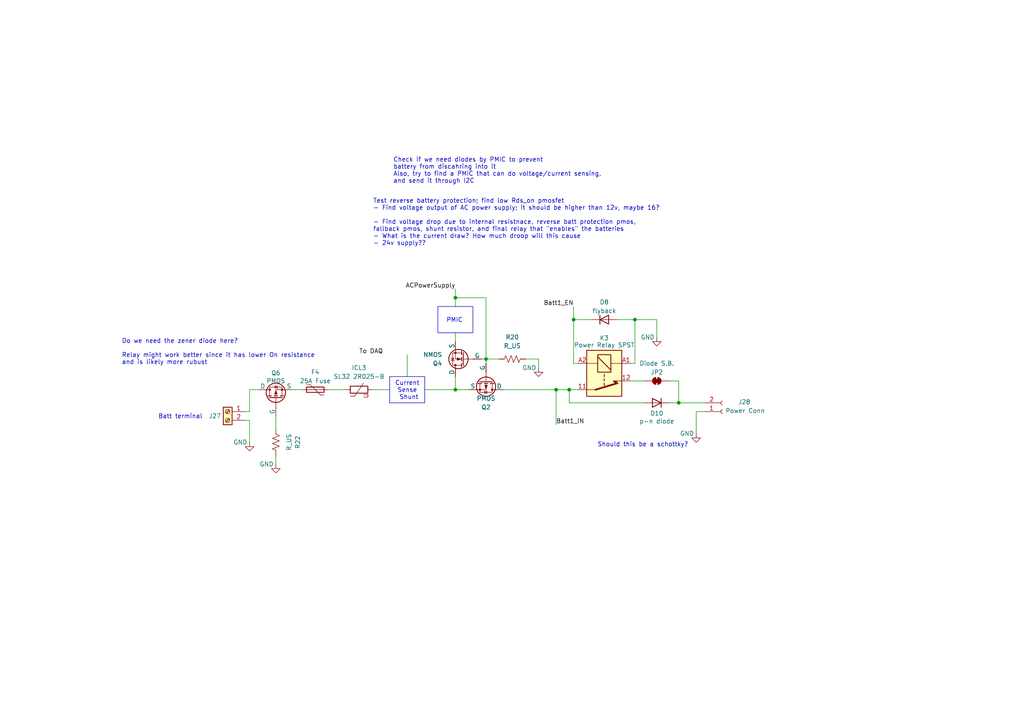
<source format=kicad_sch>
(kicad_sch (version 20231120) (generator "eeschema") (generator_version "8.0")
  (paper "A4")
  (lib_symbols
    (symbol "Connector:Conn_01x02_Socket" (pin_names (offset 1.016) hide)
      (property "Reference" "J" (at 0 2.54 0))
      (property "Value" "Conn_01x02_Socket" (at 0 -5.08 0))
      (symbol "Conn_01x02_Socket_1_1"
        (arc (start 0 -2.032) (mid -0.5058 -2.54) (end 0 -3.048) (stroke (width 0.1524)))
        (polyline (pts (xy -1.27 -2.54) (xy -0.508 -2.54)) (stroke (width 0.1524)))
        (polyline (pts (xy -1.27 0) (xy -0.508 0)) (stroke (width 0.1524)))
        (arc (start 0 0.508) (mid -0.5058 0) (end 0 -0.508) (stroke (width 0.1524)))
        (pin passive line (at -5.08 0 0) (length 3.81) (name "Pin_1") (number "1"))
        (pin passive line (at -5.08 -2.54 0) (length 3.81) (name "Pin_2") (number "2"))
      )
    )
    (symbol "Connector:Screw_Terminal_01x02" (pin_names (offset 1.016) hide)
      (property "Reference" "J" (at 0 2.54 0))
      (property "Value" "Screw_Terminal_01x02" (at 0 -5.08 0))
      (symbol "Screw_Terminal_01x02_1_1"
        (rectangle (start -1.27 1.27) (end 1.27 -3.81) (stroke (width 0.254)) (fill (type background)))
        (circle (center 0 -2.54) (radius 0.635) (stroke (width 0.1524)))
        (polyline (pts (xy -0.5334 -2.2098) (xy 0.3302 -3.048)) (stroke (width 0.1524)))
        (polyline (pts (xy -0.5334 0.3302) (xy 0.3302 -0.508)) (stroke (width 0.1524)))
        (polyline (pts (xy -0.3556 -2.032) (xy 0.508 -2.8702)) (stroke (width 0.1524)))
        (polyline (pts (xy -0.3556 0.508) (xy 0.508 -0.3302)) (stroke (width 0.1524)))
        (circle (center 0 0) (radius 0.635) (stroke (width 0.1524)))
        (pin passive line (at -5.08 0 0) (length 3.81) (name "Pin_1") (number "1"))
        (pin passive line (at -5.08 -2.54 0) (length 3.81) (name "Pin_2") (number "2"))
      )
    )
    (symbol "Device:D" (pin_numbers hide) (pin_names (offset 1.016) hide)
      (property "Reference" "D" (at 0 2.54 0))
      (property "Value" "D" (at 0 -2.54 0))
      (symbol "D_0_1"
        (polyline (pts (xy -1.27 1.27) (xy -1.27 -1.27)) (stroke (width 0.254)))
        (polyline (pts (xy 1.27 0) (xy -1.27 0)))
        (polyline (pts (xy 1.27 1.27) (xy 1.27 -1.27) (xy -1.27 0) (xy 1.27 1.27)) (stroke (width 0.254)))
      )
      (symbol "D_1_1"
        (pin passive line (at -3.81 0 0) (length 2.54) (name "K") (number "1"))
        (pin passive line (at 3.81 0 180) (length 2.54) (name "A") (number "2"))
      )
    )
    (symbol "Device:Polyfuse" (pin_numbers hide) (pin_names (offset 0))
      (property "Reference" "F" (at -2.54 0 90))
      (property "Value" "Polyfuse" (at 2.54 0 90))
      (symbol "Polyfuse_0_1"
        (rectangle (start -0.762 2.54) (end 0.762 -2.54) (stroke (width 0.254)))
        (polyline (pts (xy 0 2.54) (xy 0 -2.54)))
        (polyline (pts (xy -1.524 2.54) (xy -1.524 1.524) (xy 1.524 -1.524) (xy 1.524 -2.54)))
      )
      (symbol "Polyfuse_1_1"
        (pin passive line (at 0 3.81 270) (length 1.27) (name "~") (number "1"))
        (pin passive line (at 0 -3.81 90) (length 1.27) (name "~") (number "2"))
      )
    )
    (symbol "Device:R_US" (pin_numbers hide) (pin_names (offset 0))
      (property "Reference" "R" (at 2.54 0 90))
      (property "Value" "R_US" (at -2.54 0 90))
      (symbol "R_US_0_1"
        (polyline (pts (xy 0 -2.286) (xy 0 -2.54)))
        (polyline (pts (xy 0 2.286) (xy 0 2.54)))
        (polyline (pts (xy 0 -0.762) (xy 1.016 -1.143) (xy 0 -1.524) (xy -1.016 -1.905) (xy 0 -2.286)))
        (polyline (pts (xy 0 0.762) (xy 1.016 0.381) (xy 0 0) (xy -1.016 -0.381) (xy 0 -0.762)))
        (polyline (pts (xy 0 2.286) (xy 1.016 1.905) (xy 0 1.524) (xy -1.016 1.143) (xy 0 0.762)))
      )
      (symbol "R_US_1_1"
        (pin passive line (at 0 3.81 270) (length 1.27) (name "~") (number "1"))
        (pin passive line (at 0 -3.81 90) (length 1.27) (name "~") (number "2"))
      )
    )
    (symbol "Device:Varistor" (pin_numbers hide) (pin_names (offset 0))
      (property "Reference" "RV" (at 3.175 0 90))
      (property "Value" "Varistor" (at -3.175 0 90))
      (symbol "Varistor_0_0"
        (text "U" (at -1.778 -2.032 0) (effects (font (size 1.27 1.27))))
      )
      (symbol "Varistor_0_1"
        (rectangle (start -1.016 -2.54) (end 1.016 2.54) (stroke (width 0.254)))
        (polyline (pts (xy -1.905 2.54) (xy -1.905 1.27) (xy 1.905 -1.27)))
      )
      (symbol "Varistor_1_1"
        (pin passive line (at 0 3.81 270) (length 1.27) (name "~") (number "1"))
        (pin passive line (at 0 -3.81 90) (length 1.27) (name "~") (number "2"))
      )
    )
    (symbol "Jumper:SolderJumper_2_Bridged" (pin_numbers hide) (pin_names (offset 0) hide) (exclude_from_sim yes) (in_bom no)
      (property "Reference" "JP" (at 0 2.032 0))
      (property "Value" "SolderJumper_2_Bridged" (at 0 -2.54 0))
      (symbol "SolderJumper_2_Bridged_0_1"
        (rectangle (start -0.508 0.508) (end 0.508 -0.508) (fill (type outline)))
        (arc (start -0.254 1.016) (mid -1.2656 0) (end -0.254 -1.016))
        (arc (start -0.254 1.016) (mid -1.2656 0) (end -0.254 -1.016) (fill (type outline)))
        (polyline (pts (xy -0.254 1.016) (xy -0.254 -1.016)))
        (polyline (pts (xy 0.254 1.016) (xy 0.254 -1.016)))
        (arc (start 0.254 -1.016) (mid 1.2656 0) (end 0.254 1.016))
        (arc (start 0.254 -1.016) (mid 1.2656 0) (end 0.254 1.016) (fill (type outline)))
      )
      (symbol "SolderJumper_2_Bridged_1_1"
        (pin passive line (at -3.81 0 0) (length 2.54) (name "A") (number "1"))
        (pin passive line (at 3.81 0 180) (length 2.54) (name "B") (number "2"))
      )
    )
    (symbol "Relay:Relay_SPST-NC"
      (property "Reference" "K3" (at -12.446 0 90))
      (property "Value" "Power Relay SPST" (at -10.414 0 90))
      (symbol "Relay_SPST-NC_0_1"
        (rectangle (start -7.62 1.905) (end -2.54 -1.905) (stroke (width 0.254)))
        (polyline (pts (xy -6.985 -1.905) (xy -3.175 1.905)) (stroke (width 0.254)))
        (polyline (pts (xy -5.08 -5.08) (xy -5.08 -1.905)))
        (polyline (pts (xy -5.08 5.08) (xy -5.08 1.905)))
        (polyline (pts (xy -1.905 0) (xy -1.27 0)) (stroke (width 0.254)))
        (polyline (pts (xy -0.635 0) (xy 0 0)) (stroke (width 0.254)))
        (polyline (pts (xy 0.635 0) (xy 1.27 0)) (stroke (width 0.254)))
        (polyline (pts (xy 2.54 -2.54) (xy 0.635 3.81)) (stroke (width 0.508)))
        (polyline (pts (xy 2.54 -2.54) (xy 2.54 -5.08)))
        (polyline (pts (xy 0 5.08) (xy 0 2.54) (xy 0.635 3.175) (xy 0 3.81)) (fill (type outline)))
      )
      (symbol "Relay_SPST-NC_1_1"
        (rectangle (start -8.89 5.08) (end 4.445 -5.08) (stroke (width 0.254)) (fill (type background)))
        (pin passive line (at 2.54 -7.62 90) (length 2.54) (name "~") (number "11"))
        (pin passive line (at 0 7.62 270) (length 2.54) (name "~") (number "12"))
        (pin passive line (at -5.08 7.62 270) (length 2.54) (name "~") (number "A1"))
        (pin passive line (at -5.08 -7.62 90) (length 2.54) (name "~") (number "A2"))
      )
    )
    (symbol "Simulation_SPICE:NMOS" (pin_numbers hide) (pin_names (offset 0))
      (property "Reference" "Q" (at 5.08 1.27 0))
      (property "Value" "NMOS" (at 5.08 -1.27 0))
      (symbol "NMOS_0_1"
        (polyline (pts (xy 0.254 0) (xy -2.54 0)))
        (polyline (pts (xy 0.254 1.905) (xy 0.254 -1.905)) (stroke (width 0.254)))
        (polyline (pts (xy 0.762 -1.27) (xy 0.762 -2.286)) (stroke (width 0.254)))
        (polyline (pts (xy 0.762 0.508) (xy 0.762 -0.508)) (stroke (width 0.254)))
        (polyline (pts (xy 0.762 2.286) (xy 0.762 1.27)) (stroke (width 0.254)))
        (polyline (pts (xy 2.54 2.54) (xy 2.54 1.778)))
        (polyline (pts (xy 2.54 -2.54) (xy 2.54 0) (xy 0.762 0)))
        (polyline (pts (xy 0.762 -1.778) (xy 3.302 -1.778) (xy 3.302 1.778) (xy 0.762 1.778)))
        (polyline (pts (xy 1.016 0) (xy 2.032 0.381) (xy 2.032 -0.381) (xy 1.016 0)) (fill (type outline)))
        (polyline (pts (xy 2.794 0.508) (xy 2.921 0.381) (xy 3.683 0.381) (xy 3.81 0.254)))
        (polyline (pts (xy 3.302 0.381) (xy 2.921 -0.254) (xy 3.683 -0.254) (xy 3.302 0.381)))
        (circle (center 1.651 0) (radius 2.794) (stroke (width 0.254)))
        (circle (center 2.54 -1.778) (radius 0.254) (fill (type outline)))
        (circle (center 2.54 1.778) (radius 0.254) (fill (type outline)))
      )
      (symbol "NMOS_1_1"
        (pin passive line (at 2.54 5.08 270) (length 2.54) (name "D") (number "1"))
        (pin input line (at -5.08 0 0) (length 2.54) (name "G") (number "2"))
        (pin passive line (at 2.54 -5.08 90) (length 2.54) (name "S") (number "3"))
      )
    )
    (symbol "Simulation_SPICE:PMOS" (pin_numbers hide) (pin_names (offset 0))
      (property "Reference" "Q" (at 5.08 1.27 0))
      (property "Value" "PMOS" (at 5.08 -1.27 0))
      (symbol "PMOS_0_1"
        (polyline (pts (xy 0.254 0) (xy -2.54 0)))
        (polyline (pts (xy 0.254 1.905) (xy 0.254 -1.905)) (stroke (width 0.254)))
        (polyline (pts (xy 0.762 -1.27) (xy 0.762 -2.286)) (stroke (width 0.254)))
        (polyline (pts (xy 0.762 0.508) (xy 0.762 -0.508)) (stroke (width 0.254)))
        (polyline (pts (xy 0.762 2.286) (xy 0.762 1.27)) (stroke (width 0.254)))
        (polyline (pts (xy 2.54 2.54) (xy 2.54 1.778)))
        (polyline (pts (xy 2.54 -2.54) (xy 2.54 0) (xy 0.762 0)))
        (polyline (pts (xy 0.762 1.778) (xy 3.302 1.778) (xy 3.302 -1.778) (xy 0.762 -1.778)))
        (polyline (pts (xy 2.286 0) (xy 1.27 0.381) (xy 1.27 -0.381) (xy 2.286 0)) (fill (type outline)))
        (polyline (pts (xy 2.794 -0.508) (xy 2.921 -0.381) (xy 3.683 -0.381) (xy 3.81 -0.254)))
        (polyline (pts (xy 3.302 -0.381) (xy 2.921 0.254) (xy 3.683 0.254) (xy 3.302 -0.381)))
        (circle (center 1.651 0) (radius 2.794) (stroke (width 0.254)))
        (circle (center 2.54 -1.778) (radius 0.254) (fill (type outline)))
        (circle (center 2.54 1.778) (radius 0.254) (fill (type outline)))
      )
      (symbol "PMOS_1_1"
        (pin passive line (at 2.54 5.08 270) (length 2.54) (name "D") (number "1"))
        (pin input line (at -5.08 0 0) (length 2.54) (name "G") (number "2"))
        (pin passive line (at 2.54 -5.08 90) (length 2.54) (name "S") (number "3"))
      )
    )
    (symbol "power:GND" (power) (pin_names (offset 0))
      (property "Value" "GND" (at 0 -3.81 0))
      (symbol "GND_0_1"
        (polyline (pts (xy 0 0) (xy 0 -1.27) (xy 1.27 -1.27) (xy 0 -2.54) (xy -1.27 -1.27) (xy 0 -1.27)))
      )
      (symbol "GND_1_1"
        (pin power_in line (at 0 0 270) (length 0) hide (name "GND") (number "1"))
      )
    )
  )
  (junction (at 184.15 92.71))
  (junction (at 165.1 113.03))
  (junction (at 196.85 116.84))
  (junction (at 132.08 86.36))
  (junction (at 140.97 104.14))
  (junction (at 132.08 113.03))
  (junction (at 166.37 92.71))
  (junction (at 161.29 113.03))
  (wire (pts (xy 123.19 113.03) (xy 132.08 113.03)))
  (wire (pts (xy 152.4 104.14) (xy 156.21 104.14)))
  (wire (pts (xy 139.7 104.14) (xy 140.97 104.14)))
  (wire (pts (xy 156.21 106.68) (xy 156.21 104.14)))
  (wire (pts (xy 132.08 113.03) (xy 135.89 113.03)))
  (wire (pts (xy 132.08 96.52) (xy 132.08 99.06)))
  (wire (pts (xy 182.88 105.41) (xy 184.15 105.41)))
  (wire (pts (xy 72.39 119.38) (xy 71.12 119.38)))
  (wire (pts (xy 140.97 86.36) (xy 140.97 104.14)))
  (wire (pts (xy 132.08 109.22) (xy 132.08 113.03)))
  (wire (pts (xy 140.97 104.14) (xy 144.78 104.14)))
  (wire (pts (xy 167.64 105.41) (xy 166.37 105.41)))
  (wire (pts (xy 194.31 110.49) (xy 196.85 110.49)))
  (wire (pts (xy 140.97 104.14) (xy 140.97 105.41)))
  (wire (pts (xy 107.95 113.03) (xy 113.03 113.03)))
  (wire (pts (xy 182.88 110.49) (xy 186.69 110.49)))
  (wire (pts (xy 166.37 105.41) (xy 166.37 92.71)))
  (wire (pts (xy 161.29 113.03) (xy 161.29 123.19)))
  (wire (pts (xy 95.25 113.03) (xy 100.33 113.03)))
  (wire (pts (xy 201.93 119.38) (xy 201.93 125.73)))
  (wire (pts (xy 196.85 110.49) (xy 196.85 116.84)))
  (wire (pts (xy 80.01 132.08) (xy 80.01 134.62)))
  (wire (pts (xy 184.15 105.41) (xy 184.15 92.71)))
  (wire (pts (xy 190.5 92.71) (xy 184.15 92.71)))
  (wire (pts (xy 72.39 121.92) (xy 71.12 121.92)))
  (wire (pts (xy 161.29 113.03) (xy 165.1 113.03)))
  (wire (pts (xy 165.1 113.03) (xy 167.64 113.03)))
  (wire (pts (xy 72.39 113.03) (xy 72.39 119.38)))
  (wire (pts (xy 204.47 119.38) (xy 201.93 119.38)))
  (wire (pts (xy 179.07 92.71) (xy 184.15 92.71)))
  (wire (pts (xy 165.1 116.84) (xy 186.69 116.84)))
  (wire (pts (xy 132.08 86.36) (xy 132.08 88.9)))
  (wire (pts (xy 196.85 116.84) (xy 204.47 116.84)))
  (wire (pts (xy 118.11 102.87) (xy 118.11 109.22)))
  (wire (pts (xy 166.37 88.9) (xy 166.37 92.71)))
  (wire (pts (xy 80.01 120.65) (xy 80.01 124.46)))
  (wire (pts (xy 72.39 113.03) (xy 74.93 113.03)))
  (wire (pts (xy 190.5 97.79) (xy 190.5 92.71)))
  (wire (pts (xy 165.1 113.03) (xy 165.1 116.84)))
  (wire (pts (xy 72.39 121.92) (xy 72.39 128.27)))
  (wire (pts (xy 146.05 113.03) (xy 161.29 113.03)))
  (wire (pts (xy 132.08 83.82) (xy 132.08 86.36)))
  (wire (pts (xy 85.09 113.03) (xy 87.63 113.03)))
  (wire (pts (xy 166.37 92.71) (xy 171.45 92.71)))
  (wire (pts (xy 194.31 116.84) (xy 196.85 116.84)))
  (wire (pts (xy 132.08 86.36) (xy 140.97 86.36)))
  (rectangle (start 127 88.9) (end 137.16 96.52))
  (rectangle (start 113.03 109.22) (end 123.19 116.84))
  (text "Check if we need diodes by PMIC to prevent \nbattery from discahring into it\nAlso, try to find a PMIC that can do voltage/current sensing, \nand send it through I2C\n" (at 114.046 49.53 0) (effects (font (size 1.27 1.27)) (justify left)))
  (text "Batt terminal" (at 52.324 120.904 0) (effects (font (size 1.27 1.27))))
  (text "Should this be a schottky? " (at 186.944 129.032 0) (effects (font (size 1.27 1.27))))
  (text "Do we need the zener diode here? \n\nRelay might work better since it has lower On resistance\nand is likely more rubust" (at 35.306 102.108 0) (effects (font (size 1.27 1.27)) (justify left)))
  (text "Current \nSense \nShunt\n" (at 118.618 113.284 0) (effects (font (size 1.27 1.27))))
  (text "Test reverse battery protection; find low Rds_on pmosfet\n- Find voltage output of AC power supply; it should be higher than 12v, maybe 16?\n\n- Find voltage drop due to internal resistnace, reverse batt protection pmos, \nfallback pmos, shunt resistor, and final relay that \"enables\" the batteries\n- What is the current draw? How much droop will this cause\n- 24v supply?? " (at 108.204 64.516 0) (effects (font (size 1.27 1.27)) (justify left)))
  (text "PMIC" (at 131.826 92.964 0) (effects (font (size 1.27 1.27))))
  (label "To DAQ" (at 104.14 102.87 0))
  (label "ACPowerSupply" (at 132.08 83.82 180))
  (label "Batt1_IN" (at 161.29 123.19 0))
  (label "Batt1_EN" (at 166.37 88.9 180))
  (symbol (lib_id "Device:Varistor") (at 104.14 113.03 90) (unit 1)
    (property "Reference" "ICL3" (at 104.14 106.68 90))
    (property "Value" "SL32 2R025-B" (at 104.14 109.22 90))
    (property "Footprint" "GSP:SL32 2R025-B" (effects (hide yes)))
    (property "Datasheet" "https://www.ametherm.com/datasheetspdf/SL322R025.pdf" (effects (hide yes)))
    (instances (project "GSPD Board" (path "" (reference "ICL3") (unit 1)) (path "" (reference "ICL2") (unit 1))))
  )
  (symbol (lib_id "Simulation_SPICE:PMOS") (at 80.01 115.57 90) (unit 1)
    (property "Reference" "Q5" (at 80.01 108.204 90))
    (property "Value" "PMOS" (at 80.01 110.49 90))
    (property "Datasheet" "https://ngspice.sourceforge.io/docs/ngspice-html-manual/manual.xhtml#cha_MOSFETs" (effects (hide yes)))
    (property "Description" "P-MOSFET transistor, drain/source/gate" (effects (hide yes)))
    (property "Sim.Device" "PMOS" (effects (hide yes)))
    (property "Sim.Type" "VDMOS" (effects (hide yes)))
    (property "Sim.Pins" "1=D 2=G 3=S" (effects (hide yes)))
    (instances (project "GSPD Board" (path "" (reference "Q6") (unit 1)) (path "" (reference "Q5") (unit 1))))
  )
  (symbol (lib_id "Device:D") (at 190.5 116.84 0) (mirror y) (unit 1)
    (property "Reference" "D10" (at 190.5 119.888 0))
    (property "Value" "p-n diode" (at 190.5 122.174 0))
    (property "Description" "Diode" (effects (hide yes)))
    (property "Sim.Device" "D" (effects (hide yes)))
    (property "Sim.Pins" "1=K 2=A" (effects (hide yes)))
    (instances (project "GSPD Board" (path "" (reference "D10") (unit 1)) (path "" (reference "D7") (unit 1))))
  )
  (symbol (lib_id "Device:Polyfuse") (at 91.44 113.03 270) (mirror x) (unit 1)
    (property "Reference" "F4" (at 91.44 107.95 90))
    (property "Value" "25A Fuse" (at 91.44 110.49 90))
    (property "Footprint" "Fuse:Fuseholder_Clip-6.3x32mm_Littelfuse_102_122_Inline_P34.21x7.62mm_D1.98mm_Horizontal" (effects (hide yes)))
    (instances (project "GSPD Board" (path "" (reference "F4") (unit 1)) (path "" (reference "F3") (unit 1))))
  )
  (symbol (lib_id "power:GND") (at 156.21 106.68 0) (mirror y) (unit 1)
    (property "Reference" "#PWR0103" (effects (hide yes)))
    (property "Value" "GND" (at 155.575 106.68 0) (effects (justify left)))
    (instances (project "GSPD Board" (path "" (reference "#PWR0104") (unit 1)) (path "" (reference "#PWR0103") (unit 1))))
  )
  (symbol (lib_id "power:GND") (at 72.39 128.27 0) (mirror y) (unit 1)
    (property "Reference" "#PWR094" (effects (hide yes)))
    (property "Value" "GND" (at 71.755 128.27 0) (effects (justify left)))
    (instances (project "GSPD Board" (path "" (reference "#PWR094") (unit 1)) (path "" (reference "#PWR047") (unit 1))))
  )
  (symbol (lib_id "Relay:Relay_SPST-NC") (at 175.26 110.49 270) (unit 1)
    (property "Reference" "K3" (at 175.26 98.044 90))
    (property "Value" "Power Relay SPST" (at 175.26 100.076 90))
    (property "Description" "Relay SPST, normally closed, EN50005" (effects (hide yes)))
    (instances (project "GSPD Board" (path "" (reference "K3") (unit 1)) (path "" (reference "K2") (unit 1))))
  )
  (symbol (lib_id "Connector:Conn_01x02_Socket") (at 209.55 119.38 0) (mirror x) (unit 1)
    (property "Reference" "J28" (at 215.9 116.586 0))
    (property "Value" "Power Conn" (at 216.154 119.126 0))
    (property "Description" "Generic connector, single row, 01x02, script generated" (effects (hide yes)))
    (instances (project "GSPD Board" (path "" (reference "J28") (unit 1)) (path "" (reference "J12") (unit 1))))
  )
  (symbol (lib_id "Device:D") (at 175.26 92.71 0) (unit 1)
    (property "Reference" "D8" (at 175.26 87.63 0))
    (property "Value" "flyback" (at 175.26 90.17 0))
    (property "Description" "Diode" (effects (hide yes)))
    (property "Sim.Device" "D" (effects (hide yes)))
    (property "Sim.Pins" "1=K 2=A" (effects (hide yes)))
    (instances (project "GSPD Board" (path "" (reference "D8") (unit 1)) (path "" (reference "D5") (unit 1))))
  )
  (symbol (lib_id "Device:R_US") (at 80.01 128.27 0) (unit 1)
    (property "Reference" "R21" (at 86.36 128.27 90))
    (property "Value" "R_US" (at 83.82 128.27 90))
    (property "Description" "Resistor, US symbol" (effects (hide yes)))
    (instances (project "GSPD Board" (path "" (reference "R22") (unit 1)) (path "" (reference "R21") (unit 1))))
  )
  (symbol (lib_id "Device:R_US") (at 148.59 104.14 90) (unit 1)
    (property "Reference" "R19" (at 148.59 97.79 90))
    (property "Value" "R_US" (at 148.59 100.33 90))
    (property "Description" "Resistor, US symbol" (effects (hide yes)))
    (instances (project "" (path "" (reference "R20") (unit 1)) (path "" (reference "R19") (unit 1))))
  )
  (symbol (lib_id "Simulation_SPICE:PMOS") (at 140.97 110.49 270) (unit 1)
    (property "Reference" "Q2" (at 140.97 118.11 90))
    (property "Value" "PMOS" (at 140.97 115.57 90))
    (property "Datasheet" "https://ngspice.sourceforge.io/docs/ngspice-html-manual/manual.xhtml#cha_MOSFETs" (effects (hide yes)))
    (property "Description" "P-MOSFET transistor, drain/source/gate" (effects (hide yes)))
    (property "Sim.Device" "PMOS" (effects (hide yes)))
    (property "Sim.Type" "VDMOS" (effects (hide yes)))
    (property "Sim.Pins" "1=D 2=G 3=S" (effects (hide yes)))
    (instances (project "GSPD Board" (path "" (reference "Q2") (unit 1)) (path "" (reference "Q1") (unit 1))))
  )
  (symbol (lib_id "Connector:Screw_Terminal_01x02") (at 66.04 119.38 0) (mirror y) (unit 1)
    (property "Reference" "J27" (at 64.135 120.65 0) (effects (justify left)))
    (property "Value" "Battery Terminals" (effects (hide yes)))
    (property "Footprint" "GSP:1935310" (effects (hide yes)))
    (instances (project "GSPD Board" (path "" (reference "J27") (unit 1)) (path "" (reference "J10") (unit 1))))
  )
  (symbol (lib_id "power:GND") (at 80.01 134.62 0) (mirror y) (unit 1)
    (property "Reference" "#PWR048" (effects (hide yes)))
    (property "Value" "GND" (at 79.375 134.62 0) (effects (justify left)))
    (instances (project "GSPD Board" (path "" (reference "#PWR095") (unit 1)) (path "" (reference "#PWR048") (unit 1))))
  )
  (symbol (lib_id "power:GND") (at 190.5 97.79 0) (mirror y) (unit 1)
    (property "Reference" "#PWR049" (effects (hide yes)))
    (property "Value" "GND" (at 189.865 97.79 0) (effects (justify left)))
    (instances (project "GSPD Board" (path "" (reference "#PWR049") (unit 1)) (path "" (reference "#PWR043") (unit 1))))
  )
  (symbol (lib_id "Jumper:SolderJumper_2_Bridged") (at 190.5 110.49 180) (unit 1) (exclude_from_sim yes) (in_bom no)
    (property "Reference" "JP2" (at 190.5 107.95 0))
    (property "Value" "Diode S.B." (at 190.5 105.41 0))
    (property "Description" "Solder Jumper, 2-pole, closed/bridged" (effects (hide yes)))
    (instances (project "GSPD Board" (path "" (reference "JP2") (unit 1)) (path "" (reference "JP1") (unit 1))))
  )
  (symbol (lib_id "power:GND") (at 201.93 125.73 0) (mirror y) (unit 1)
    (property "Reference" "#PWR050" (effects (hide yes)))
    (property "Value" "GND" (at 201.295 125.73 0) (effects (justify left)))
    (instances (project "GSPD Board" (path "" (reference "#PWR050") (unit 1)) (path "" (reference "#PWR044") (unit 1))))
  )
  (symbol (lib_id "Simulation_SPICE:NMOS") (at 134.62 104.14 180) (unit 1)
    (property "Reference" "Q4" (at 128.27 105.4101 0) (effects (justify left)))
    (property "Value" "NMOS" (at 128.27 102.8701 0) (effects (justify left)))
    (property "Datasheet" "https://ngspice.sourceforge.io/docs/ngspice-html-manual/manual.xhtml#cha_MOSFETs" (effects (hide yes)))
    (property "Description" "N-MOSFET transistor, drain/source/gate" (effects (hide yes)))
    (property "Sim.Device" "NMOS" (effects (hide yes)))
    (property "Sim.Type" "VDMOS" (effects (hide yes)))
    (property "Sim.Pins" "1=D 2=G 3=S" (effects (hide yes)))
    (instances (project "" (path "" (reference "Q4") (unit 1)) (path "" (reference "Q3") (unit 1))))
  )
)
</source>
